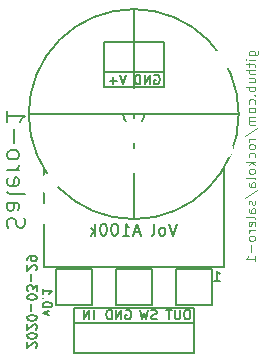
<source format=gbo>
G04 #@! TF.GenerationSoftware,KiCad,Pcbnew,(5.99.0-1165-gc29c3d9cc)*
G04 #@! TF.CreationDate,2020-03-29T18:02:48+03:00*
G04 #@! TF.ProjectId,salero-1,73616c65-726f-42d3-912e-6b696361645f,rev?*
G04 #@! TF.SameCoordinates,Original*
G04 #@! TF.FileFunction,Legend,Bot*
G04 #@! TF.FilePolarity,Positive*
%FSLAX46Y46*%
G04 Gerber Fmt 4.6, Leading zero omitted, Abs format (unit mm)*
G04 Created by KiCad (PCBNEW (5.99.0-1165-gc29c3d9cc)) date 2020-03-29 18:02:48*
%MOMM*%
%LPD*%
G01*
G04 APERTURE LIST*
%ADD10C,0.100000*%
%ADD11C,0.150000*%
%ADD12C,0.127000*%
%ADD13O,2.030400X2.030400*%
%ADD14O,1.700000X1.700000*%
%ADD15C,1.700000*%
%ADD16O,2.640000X2.640000*%
%ADD17C,1.900000*%
%ADD18O,2.300000X2.300000*%
G04 APERTURE END LIST*
D10*
X124034571Y-71857666D02*
X124682190Y-71857666D01*
X124758380Y-71819571D01*
X124796476Y-71781476D01*
X124834571Y-71705285D01*
X124834571Y-71591000D01*
X124796476Y-71514809D01*
X124529809Y-71857666D02*
X124567904Y-71781476D01*
X124567904Y-71629095D01*
X124529809Y-71552904D01*
X124491714Y-71514809D01*
X124415523Y-71476714D01*
X124186952Y-71476714D01*
X124110761Y-71514809D01*
X124072666Y-71552904D01*
X124034571Y-71629095D01*
X124034571Y-71781476D01*
X124072666Y-71857666D01*
X124567904Y-72238619D02*
X124034571Y-72238619D01*
X123767904Y-72238619D02*
X123806000Y-72200523D01*
X123844095Y-72238619D01*
X123806000Y-72276714D01*
X123767904Y-72238619D01*
X123844095Y-72238619D01*
X124034571Y-72505285D02*
X124034571Y-72810047D01*
X123767904Y-72619571D02*
X124453619Y-72619571D01*
X124529809Y-72657666D01*
X124567904Y-72733857D01*
X124567904Y-72810047D01*
X124567904Y-73076714D02*
X123767904Y-73076714D01*
X124567904Y-73419571D02*
X124148857Y-73419571D01*
X124072666Y-73381476D01*
X124034571Y-73305285D01*
X124034571Y-73191000D01*
X124072666Y-73114809D01*
X124110761Y-73076714D01*
X124034571Y-74143380D02*
X124567904Y-74143380D01*
X124034571Y-73800523D02*
X124453619Y-73800523D01*
X124529809Y-73838619D01*
X124567904Y-73914809D01*
X124567904Y-74029095D01*
X124529809Y-74105285D01*
X124491714Y-74143380D01*
X124567904Y-74524333D02*
X123767904Y-74524333D01*
X124072666Y-74524333D02*
X124034571Y-74600523D01*
X124034571Y-74752904D01*
X124072666Y-74829095D01*
X124110761Y-74867190D01*
X124186952Y-74905285D01*
X124415523Y-74905285D01*
X124491714Y-74867190D01*
X124529809Y-74829095D01*
X124567904Y-74752904D01*
X124567904Y-74600523D01*
X124529809Y-74524333D01*
X124491714Y-75248142D02*
X124529809Y-75286238D01*
X124567904Y-75248142D01*
X124529809Y-75210047D01*
X124491714Y-75248142D01*
X124567904Y-75248142D01*
X124529809Y-75971952D02*
X124567904Y-75895761D01*
X124567904Y-75743380D01*
X124529809Y-75667190D01*
X124491714Y-75629095D01*
X124415523Y-75591000D01*
X124186952Y-75591000D01*
X124110761Y-75629095D01*
X124072666Y-75667190D01*
X124034571Y-75743380D01*
X124034571Y-75895761D01*
X124072666Y-75971952D01*
X124567904Y-76429095D02*
X124529809Y-76352904D01*
X124491714Y-76314809D01*
X124415523Y-76276714D01*
X124186952Y-76276714D01*
X124110761Y-76314809D01*
X124072666Y-76352904D01*
X124034571Y-76429095D01*
X124034571Y-76543380D01*
X124072666Y-76619571D01*
X124110761Y-76657666D01*
X124186952Y-76695761D01*
X124415523Y-76695761D01*
X124491714Y-76657666D01*
X124529809Y-76619571D01*
X124567904Y-76543380D01*
X124567904Y-76429095D01*
X124567904Y-77038619D02*
X124034571Y-77038619D01*
X124110761Y-77038619D02*
X124072666Y-77076714D01*
X124034571Y-77152904D01*
X124034571Y-77267190D01*
X124072666Y-77343380D01*
X124148857Y-77381476D01*
X124567904Y-77381476D01*
X124148857Y-77381476D02*
X124072666Y-77419571D01*
X124034571Y-77495761D01*
X124034571Y-77610047D01*
X124072666Y-77686238D01*
X124148857Y-77724333D01*
X124567904Y-77724333D01*
X123729809Y-78676714D02*
X124758380Y-77991000D01*
X124567904Y-78943380D02*
X124034571Y-78943380D01*
X124186952Y-78943380D02*
X124110761Y-78981476D01*
X124072666Y-79019571D01*
X124034571Y-79095761D01*
X124034571Y-79171952D01*
X124567904Y-79552904D02*
X124529809Y-79476714D01*
X124491714Y-79438619D01*
X124415523Y-79400523D01*
X124186952Y-79400523D01*
X124110761Y-79438619D01*
X124072666Y-79476714D01*
X124034571Y-79552904D01*
X124034571Y-79667190D01*
X124072666Y-79743380D01*
X124110761Y-79781476D01*
X124186952Y-79819571D01*
X124415523Y-79819571D01*
X124491714Y-79781476D01*
X124529809Y-79743380D01*
X124567904Y-79667190D01*
X124567904Y-79552904D01*
X124529809Y-80505285D02*
X124567904Y-80429095D01*
X124567904Y-80276714D01*
X124529809Y-80200523D01*
X124491714Y-80162428D01*
X124415523Y-80124333D01*
X124186952Y-80124333D01*
X124110761Y-80162428D01*
X124072666Y-80200523D01*
X124034571Y-80276714D01*
X124034571Y-80429095D01*
X124072666Y-80505285D01*
X124567904Y-80848142D02*
X123767904Y-80848142D01*
X124263142Y-80924333D02*
X124567904Y-81152904D01*
X124034571Y-81152904D02*
X124339333Y-80848142D01*
X124567904Y-81610047D02*
X124529809Y-81533857D01*
X124491714Y-81495761D01*
X124415523Y-81457666D01*
X124186952Y-81457666D01*
X124110761Y-81495761D01*
X124072666Y-81533857D01*
X124034571Y-81610047D01*
X124034571Y-81724333D01*
X124072666Y-81800523D01*
X124110761Y-81838619D01*
X124186952Y-81876714D01*
X124415523Y-81876714D01*
X124491714Y-81838619D01*
X124529809Y-81800523D01*
X124567904Y-81724333D01*
X124567904Y-81610047D01*
X124567904Y-82333857D02*
X124529809Y-82257666D01*
X124453619Y-82219571D01*
X123767904Y-82219571D01*
X124567904Y-82981476D02*
X124148857Y-82981476D01*
X124072666Y-82943380D01*
X124034571Y-82867190D01*
X124034571Y-82714809D01*
X124072666Y-82638619D01*
X124529809Y-82981476D02*
X124567904Y-82905285D01*
X124567904Y-82714809D01*
X124529809Y-82638619D01*
X124453619Y-82600523D01*
X124377428Y-82600523D01*
X124301238Y-82638619D01*
X124263142Y-82714809D01*
X124263142Y-82905285D01*
X124225047Y-82981476D01*
X123729809Y-83933857D02*
X124758380Y-83248142D01*
X124529809Y-84162428D02*
X124567904Y-84238619D01*
X124567904Y-84391000D01*
X124529809Y-84467190D01*
X124453619Y-84505285D01*
X124415523Y-84505285D01*
X124339333Y-84467190D01*
X124301238Y-84391000D01*
X124301238Y-84276714D01*
X124263142Y-84200523D01*
X124186952Y-84162428D01*
X124148857Y-84162428D01*
X124072666Y-84200523D01*
X124034571Y-84276714D01*
X124034571Y-84391000D01*
X124072666Y-84467190D01*
X124567904Y-85191000D02*
X124148857Y-85191000D01*
X124072666Y-85152904D01*
X124034571Y-85076714D01*
X124034571Y-84924333D01*
X124072666Y-84848142D01*
X124529809Y-85191000D02*
X124567904Y-85114809D01*
X124567904Y-84924333D01*
X124529809Y-84848142D01*
X124453619Y-84810047D01*
X124377428Y-84810047D01*
X124301238Y-84848142D01*
X124263142Y-84924333D01*
X124263142Y-85114809D01*
X124225047Y-85191000D01*
X124567904Y-85686238D02*
X124529809Y-85610047D01*
X124453619Y-85571952D01*
X123767904Y-85571952D01*
X124529809Y-86295761D02*
X124567904Y-86219571D01*
X124567904Y-86067190D01*
X124529809Y-85991000D01*
X124453619Y-85952904D01*
X124148857Y-85952904D01*
X124072666Y-85991000D01*
X124034571Y-86067190D01*
X124034571Y-86219571D01*
X124072666Y-86295761D01*
X124148857Y-86333857D01*
X124225047Y-86333857D01*
X124301238Y-85952904D01*
X124567904Y-86676714D02*
X124034571Y-86676714D01*
X124186952Y-86676714D02*
X124110761Y-86714809D01*
X124072666Y-86752904D01*
X124034571Y-86829095D01*
X124034571Y-86905285D01*
X124567904Y-87286238D02*
X124529809Y-87210047D01*
X124491714Y-87171952D01*
X124415523Y-87133857D01*
X124186952Y-87133857D01*
X124110761Y-87171952D01*
X124072666Y-87210047D01*
X124034571Y-87286238D01*
X124034571Y-87400523D01*
X124072666Y-87476714D01*
X124110761Y-87514809D01*
X124186952Y-87552904D01*
X124415523Y-87552904D01*
X124491714Y-87514809D01*
X124529809Y-87476714D01*
X124567904Y-87400523D01*
X124567904Y-87286238D01*
X124263142Y-87895761D02*
X124263142Y-88505285D01*
X124567904Y-89305285D02*
X124567904Y-88848142D01*
X124567904Y-89076714D02*
X123767904Y-89076714D01*
X123882190Y-89000523D01*
X123958380Y-88924333D01*
X123996476Y-88848142D01*
D11*
X107114428Y-93852857D02*
X106581095Y-93662380D01*
X107114428Y-93471904D01*
X107381095Y-93014761D02*
X107381095Y-92938571D01*
X107343000Y-92862380D01*
X107304904Y-92824285D01*
X107228714Y-92786190D01*
X107076333Y-92748095D01*
X106885857Y-92748095D01*
X106733476Y-92786190D01*
X106657285Y-92824285D01*
X106619190Y-92862380D01*
X106581095Y-92938571D01*
X106581095Y-93014761D01*
X106619190Y-93090952D01*
X106657285Y-93129047D01*
X106733476Y-93167142D01*
X106885857Y-93205238D01*
X107076333Y-93205238D01*
X107228714Y-93167142D01*
X107304904Y-93129047D01*
X107343000Y-93090952D01*
X107381095Y-93014761D01*
X106657285Y-92405238D02*
X106619190Y-92367142D01*
X106581095Y-92405238D01*
X106619190Y-92443333D01*
X106657285Y-92405238D01*
X106581095Y-92405238D01*
X106581095Y-91605238D02*
X106581095Y-92062380D01*
X106581095Y-91833809D02*
X107381095Y-91833809D01*
X107266809Y-91910000D01*
X107190619Y-91986190D01*
X107152523Y-92062380D01*
X106016904Y-96595714D02*
X106055000Y-96557619D01*
X106093095Y-96481428D01*
X106093095Y-96290952D01*
X106055000Y-96214761D01*
X106016904Y-96176666D01*
X105940714Y-96138571D01*
X105864523Y-96138571D01*
X105750238Y-96176666D01*
X105293095Y-96633809D01*
X105293095Y-96138571D01*
X106093095Y-95643333D02*
X106093095Y-95567142D01*
X106055000Y-95490952D01*
X106016904Y-95452857D01*
X105940714Y-95414761D01*
X105788333Y-95376666D01*
X105597857Y-95376666D01*
X105445476Y-95414761D01*
X105369285Y-95452857D01*
X105331190Y-95490952D01*
X105293095Y-95567142D01*
X105293095Y-95643333D01*
X105331190Y-95719523D01*
X105369285Y-95757619D01*
X105445476Y-95795714D01*
X105597857Y-95833809D01*
X105788333Y-95833809D01*
X105940714Y-95795714D01*
X106016904Y-95757619D01*
X106055000Y-95719523D01*
X106093095Y-95643333D01*
X106016904Y-95071904D02*
X106055000Y-95033809D01*
X106093095Y-94957619D01*
X106093095Y-94767142D01*
X106055000Y-94690952D01*
X106016904Y-94652857D01*
X105940714Y-94614761D01*
X105864523Y-94614761D01*
X105750238Y-94652857D01*
X105293095Y-95110000D01*
X105293095Y-94614761D01*
X106093095Y-94119523D02*
X106093095Y-94043333D01*
X106055000Y-93967142D01*
X106016904Y-93929047D01*
X105940714Y-93890952D01*
X105788333Y-93852857D01*
X105597857Y-93852857D01*
X105445476Y-93890952D01*
X105369285Y-93929047D01*
X105331190Y-93967142D01*
X105293095Y-94043333D01*
X105293095Y-94119523D01*
X105331190Y-94195714D01*
X105369285Y-94233809D01*
X105445476Y-94271904D01*
X105597857Y-94310000D01*
X105788333Y-94310000D01*
X105940714Y-94271904D01*
X106016904Y-94233809D01*
X106055000Y-94195714D01*
X106093095Y-94119523D01*
X105597857Y-93510000D02*
X105597857Y-92900476D01*
X106093095Y-92367142D02*
X106093095Y-92290952D01*
X106055000Y-92214761D01*
X106016904Y-92176666D01*
X105940714Y-92138571D01*
X105788333Y-92100476D01*
X105597857Y-92100476D01*
X105445476Y-92138571D01*
X105369285Y-92176666D01*
X105331190Y-92214761D01*
X105293095Y-92290952D01*
X105293095Y-92367142D01*
X105331190Y-92443333D01*
X105369285Y-92481428D01*
X105445476Y-92519523D01*
X105597857Y-92557619D01*
X105788333Y-92557619D01*
X105940714Y-92519523D01*
X106016904Y-92481428D01*
X106055000Y-92443333D01*
X106093095Y-92367142D01*
X106093095Y-91833809D02*
X106093095Y-91338571D01*
X105788333Y-91605238D01*
X105788333Y-91490952D01*
X105750238Y-91414761D01*
X105712142Y-91376666D01*
X105635952Y-91338571D01*
X105445476Y-91338571D01*
X105369285Y-91376666D01*
X105331190Y-91414761D01*
X105293095Y-91490952D01*
X105293095Y-91719523D01*
X105331190Y-91795714D01*
X105369285Y-91833809D01*
X105597857Y-90995714D02*
X105597857Y-90386190D01*
X106016904Y-90043333D02*
X106055000Y-90005238D01*
X106093095Y-89929047D01*
X106093095Y-89738571D01*
X106055000Y-89662380D01*
X106016904Y-89624285D01*
X105940714Y-89586190D01*
X105864523Y-89586190D01*
X105750238Y-89624285D01*
X105293095Y-90081428D01*
X105293095Y-89586190D01*
X105293095Y-89205238D02*
X105293095Y-89052857D01*
X105331190Y-88976666D01*
X105369285Y-88938571D01*
X105483571Y-88862380D01*
X105635952Y-88824285D01*
X105940714Y-88824285D01*
X106016904Y-88862380D01*
X106055000Y-88900476D01*
X106093095Y-88976666D01*
X106093095Y-89129047D01*
X106055000Y-89205238D01*
X106016904Y-89243333D01*
X105940714Y-89281428D01*
X105750238Y-89281428D01*
X105674047Y-89243333D01*
X105635952Y-89205238D01*
X105597857Y-89129047D01*
X105597857Y-88976666D01*
X105635952Y-88900476D01*
X105674047Y-88862380D01*
X105750238Y-88824285D01*
X103659857Y-86462571D02*
X103588428Y-86248285D01*
X103588428Y-85891142D01*
X103659857Y-85748285D01*
X103731285Y-85676857D01*
X103874142Y-85605428D01*
X104017000Y-85605428D01*
X104159857Y-85676857D01*
X104231285Y-85748285D01*
X104302714Y-85891142D01*
X104374142Y-86176857D01*
X104445571Y-86319714D01*
X104517000Y-86391142D01*
X104659857Y-86462571D01*
X104802714Y-86462571D01*
X104945571Y-86391142D01*
X105017000Y-86319714D01*
X105088428Y-86176857D01*
X105088428Y-85819714D01*
X105017000Y-85605428D01*
X103588428Y-84319714D02*
X104374142Y-84319714D01*
X104517000Y-84391142D01*
X104588428Y-84534000D01*
X104588428Y-84819714D01*
X104517000Y-84962571D01*
X103659857Y-84319714D02*
X103588428Y-84462571D01*
X103588428Y-84819714D01*
X103659857Y-84962571D01*
X103802714Y-85034000D01*
X103945571Y-85034000D01*
X104088428Y-84962571D01*
X104159857Y-84819714D01*
X104159857Y-84462571D01*
X104231285Y-84319714D01*
X103588428Y-83391142D02*
X103659857Y-83534000D01*
X103802714Y-83605428D01*
X105088428Y-83605428D01*
X103659857Y-82248285D02*
X103588428Y-82391142D01*
X103588428Y-82676857D01*
X103659857Y-82819714D01*
X103802714Y-82891142D01*
X104374142Y-82891142D01*
X104517000Y-82819714D01*
X104588428Y-82676857D01*
X104588428Y-82391142D01*
X104517000Y-82248285D01*
X104374142Y-82176857D01*
X104231285Y-82176857D01*
X104088428Y-82891142D01*
X103588428Y-81534000D02*
X104588428Y-81534000D01*
X104302714Y-81534000D02*
X104445571Y-81462571D01*
X104517000Y-81391142D01*
X104588428Y-81248285D01*
X104588428Y-81105428D01*
X103588428Y-80391142D02*
X103659857Y-80534000D01*
X103731285Y-80605428D01*
X103874142Y-80676857D01*
X104302714Y-80676857D01*
X104445571Y-80605428D01*
X104517000Y-80534000D01*
X104588428Y-80391142D01*
X104588428Y-80176857D01*
X104517000Y-80034000D01*
X104445571Y-79962571D01*
X104302714Y-79891142D01*
X103874142Y-79891142D01*
X103731285Y-79962571D01*
X103659857Y-80034000D01*
X103588428Y-80176857D01*
X103588428Y-80391142D01*
X104159857Y-79248285D02*
X104159857Y-78105428D01*
X103588428Y-76605428D02*
X103588428Y-77462571D01*
X103588428Y-77034000D02*
X105088428Y-77034000D01*
X104874142Y-77176857D01*
X104731285Y-77319714D01*
X104659857Y-77462571D01*
D12*
X111760000Y-74574400D02*
X111760000Y-73304400D01*
X116840000Y-74574400D02*
X116840000Y-73304400D01*
X111760000Y-74574400D02*
X116840000Y-74574400D01*
X111760000Y-73304400D02*
X111760000Y-70764400D01*
X116840000Y-73304400D02*
X116840000Y-70764400D01*
X111760000Y-73304400D02*
X116840000Y-73304400D01*
X116840000Y-70764400D02*
X111760000Y-70764400D01*
X120904000Y-92964000D02*
X120904000Y-89916000D01*
X117856000Y-92964000D02*
X120904000Y-92964000D01*
X117856000Y-89916000D02*
X117856000Y-92964000D01*
X115824000Y-92964000D02*
X115824000Y-89916000D01*
X112776000Y-92964000D02*
X115824000Y-92964000D01*
X112776000Y-89916000D02*
X112776000Y-92964000D01*
X110744000Y-92964000D02*
X110744000Y-89916000D01*
X107696000Y-92964000D02*
X110744000Y-92964000D01*
X107696000Y-89916000D02*
X107696000Y-92964000D01*
X117856000Y-89916000D02*
X120904000Y-89916000D01*
X112776000Y-89916000D02*
X115824000Y-89916000D01*
X107696000Y-89916000D02*
X110744000Y-89916000D01*
X106680000Y-89789000D02*
X121920000Y-89789000D01*
X105410000Y-76835000D02*
X123190000Y-76835000D01*
X114300000Y-85725000D02*
X114300000Y-67945000D01*
X121920000Y-89789000D02*
X121920000Y-81280000D01*
X106680000Y-81280000D02*
X106680000Y-89789000D01*
X105410000Y-76835000D02*
G75*
G03*
X114300000Y-85725000I8890000J0D01*
G01*
X114300000Y-85725000D02*
G75*
G03*
X123190000Y-76835000I0J8890000D01*
G01*
X123190000Y-76835002D02*
G75*
G03*
X114300000Y-67945000I-8889901J101D01*
G01*
X114300002Y-67945000D02*
G75*
G03*
X105410000Y-76835000I-101J-8889901D01*
G01*
X115198000Y-76835000D02*
G75*
G03*
X115198000Y-76835000I-898000J0D01*
G01*
X119380000Y-94488000D02*
X109220000Y-94488000D01*
X109220000Y-97028000D02*
X119380000Y-97028000D01*
X119380000Y-97028000D02*
X119380000Y-94488000D01*
X109220000Y-97028000D02*
X109220000Y-94488000D01*
X109220000Y-93218000D02*
X119380000Y-93218000D01*
X119380000Y-94488000D02*
X119380000Y-93218000D01*
X109220000Y-94488000D02*
X109220000Y-93218000D01*
D11*
X116052523Y-73539400D02*
X116128714Y-73501304D01*
X116243000Y-73501304D01*
X116357285Y-73539400D01*
X116433476Y-73615590D01*
X116471571Y-73691780D01*
X116509666Y-73844161D01*
X116509666Y-73958447D01*
X116471571Y-74110828D01*
X116433476Y-74187019D01*
X116357285Y-74263209D01*
X116243000Y-74301304D01*
X116166809Y-74301304D01*
X116052523Y-74263209D01*
X116014428Y-74225114D01*
X116014428Y-73958447D01*
X116166809Y-73958447D01*
X115671571Y-74301304D02*
X115671571Y-73501304D01*
X115214428Y-74301304D01*
X115214428Y-73501304D01*
X114833476Y-74301304D02*
X114833476Y-73501304D01*
X114643000Y-73501304D01*
X114528714Y-73539400D01*
X114452523Y-73615590D01*
X114414428Y-73691780D01*
X114376333Y-73844161D01*
X114376333Y-73958447D01*
X114414428Y-74110828D01*
X114452523Y-74187019D01*
X114528714Y-74263209D01*
X114643000Y-74301304D01*
X114833476Y-74301304D01*
X113664904Y-73501304D02*
X113398238Y-74301304D01*
X113131571Y-73501304D01*
X112864904Y-73996542D02*
X112255380Y-73996542D01*
X112560142Y-74301304D02*
X112560142Y-73691780D01*
X117926976Y-86117180D02*
X117593642Y-87117180D01*
X117260309Y-86117180D01*
X116784119Y-87117180D02*
X116879357Y-87069561D01*
X116926976Y-87021942D01*
X116974595Y-86926704D01*
X116974595Y-86640990D01*
X116926976Y-86545752D01*
X116879357Y-86498133D01*
X116784119Y-86450514D01*
X116641261Y-86450514D01*
X116546023Y-86498133D01*
X116498404Y-86545752D01*
X116450785Y-86640990D01*
X116450785Y-86926704D01*
X116498404Y-87021942D01*
X116546023Y-87069561D01*
X116641261Y-87117180D01*
X116784119Y-87117180D01*
X115879357Y-87117180D02*
X115974595Y-87069561D01*
X116022214Y-86974323D01*
X116022214Y-86117180D01*
X114784119Y-86831466D02*
X114307928Y-86831466D01*
X114879357Y-87117180D02*
X114546023Y-86117180D01*
X114212690Y-87117180D01*
X113355547Y-87117180D02*
X113926976Y-87117180D01*
X113641261Y-87117180D02*
X113641261Y-86117180D01*
X113736500Y-86260038D01*
X113831738Y-86355276D01*
X113926976Y-86402895D01*
X112736500Y-86117180D02*
X112641261Y-86117180D01*
X112546023Y-86164800D01*
X112498404Y-86212419D01*
X112450785Y-86307657D01*
X112403166Y-86498133D01*
X112403166Y-86736228D01*
X112450785Y-86926704D01*
X112498404Y-87021942D01*
X112546023Y-87069561D01*
X112641261Y-87117180D01*
X112736500Y-87117180D01*
X112831738Y-87069561D01*
X112879357Y-87021942D01*
X112926976Y-86926704D01*
X112974595Y-86736228D01*
X112974595Y-86498133D01*
X112926976Y-86307657D01*
X112879357Y-86212419D01*
X112831738Y-86164800D01*
X112736500Y-86117180D01*
X111784119Y-86117180D02*
X111688880Y-86117180D01*
X111593642Y-86164800D01*
X111546023Y-86212419D01*
X111498404Y-86307657D01*
X111450785Y-86498133D01*
X111450785Y-86736228D01*
X111498404Y-86926704D01*
X111546023Y-87021942D01*
X111593642Y-87069561D01*
X111688880Y-87117180D01*
X111784119Y-87117180D01*
X111879357Y-87069561D01*
X111926976Y-87021942D01*
X111974595Y-86926704D01*
X112022214Y-86736228D01*
X112022214Y-86498133D01*
X111974595Y-86307657D01*
X111926976Y-86212419D01*
X111879357Y-86164800D01*
X111784119Y-86117180D01*
X111022214Y-87117180D02*
X111022214Y-86117180D01*
X110926976Y-86736228D02*
X110641261Y-87117180D01*
X110641261Y-86450514D02*
X111022214Y-86831466D01*
X121132628Y-90938304D02*
X121589771Y-90938304D01*
X121361200Y-90938304D02*
X121361200Y-90138304D01*
X121437390Y-90252590D01*
X121513580Y-90328780D01*
X121589771Y-90366876D01*
X110909047Y-94214904D02*
X110909047Y-93414904D01*
X110528095Y-94214904D02*
X110528095Y-93414904D01*
X110070952Y-94214904D01*
X110070952Y-93414904D01*
X113639523Y-93453000D02*
X113715714Y-93414904D01*
X113830000Y-93414904D01*
X113944285Y-93453000D01*
X114020476Y-93529190D01*
X114058571Y-93605380D01*
X114096666Y-93757761D01*
X114096666Y-93872047D01*
X114058571Y-94024428D01*
X114020476Y-94100619D01*
X113944285Y-94176809D01*
X113830000Y-94214904D01*
X113753809Y-94214904D01*
X113639523Y-94176809D01*
X113601428Y-94138714D01*
X113601428Y-93872047D01*
X113753809Y-93872047D01*
X113258571Y-94214904D02*
X113258571Y-93414904D01*
X112801428Y-94214904D01*
X112801428Y-93414904D01*
X112420476Y-94214904D02*
X112420476Y-93414904D01*
X112230000Y-93414904D01*
X112115714Y-93453000D01*
X112039523Y-93529190D01*
X112001428Y-93605380D01*
X111963333Y-93757761D01*
X111963333Y-93872047D01*
X112001428Y-94024428D01*
X112039523Y-94100619D01*
X112115714Y-94176809D01*
X112230000Y-94214904D01*
X112420476Y-94214904D01*
X116255714Y-94176809D02*
X116141428Y-94214904D01*
X115950952Y-94214904D01*
X115874761Y-94176809D01*
X115836666Y-94138714D01*
X115798571Y-94062523D01*
X115798571Y-93986333D01*
X115836666Y-93910142D01*
X115874761Y-93872047D01*
X115950952Y-93833952D01*
X116103333Y-93795857D01*
X116179523Y-93757761D01*
X116217619Y-93719666D01*
X116255714Y-93643476D01*
X116255714Y-93567285D01*
X116217619Y-93491095D01*
X116179523Y-93453000D01*
X116103333Y-93414904D01*
X115912857Y-93414904D01*
X115798571Y-93453000D01*
X115531904Y-93414904D02*
X115341428Y-94214904D01*
X115189047Y-93643476D01*
X115036666Y-94214904D01*
X114846190Y-93414904D01*
X118910000Y-93414904D02*
X118757619Y-93414904D01*
X118681428Y-93453000D01*
X118605238Y-93529190D01*
X118567142Y-93681571D01*
X118567142Y-93948238D01*
X118605238Y-94100619D01*
X118681428Y-94176809D01*
X118757619Y-94214904D01*
X118910000Y-94214904D01*
X118986190Y-94176809D01*
X119062380Y-94100619D01*
X119100476Y-93948238D01*
X119100476Y-93681571D01*
X119062380Y-93529190D01*
X118986190Y-93453000D01*
X118910000Y-93414904D01*
X118224285Y-93414904D02*
X118224285Y-94062523D01*
X118186190Y-94138714D01*
X118148095Y-94176809D01*
X118071904Y-94214904D01*
X117919523Y-94214904D01*
X117843333Y-94176809D01*
X117805238Y-94138714D01*
X117767142Y-94062523D01*
X117767142Y-93414904D01*
X117500476Y-93414904D02*
X117043333Y-93414904D01*
X117271904Y-94214904D02*
X117271904Y-93414904D01*
%LPC*%
D13*
X115570000Y-72034400D03*
G36*
G01*
X112014800Y-72999600D02*
X112014800Y-71069200D01*
G75*
G02*
X112064800Y-71019200I50000J0D01*
G01*
X113995200Y-71019200D01*
G75*
G02*
X114045200Y-71069200I0J-50000D01*
G01*
X114045200Y-72999600D01*
G75*
G02*
X113995200Y-73049600I-50000J0D01*
G01*
X112064800Y-73049600D01*
G75*
G02*
X112014800Y-72999600I0J50000D01*
G01*
G37*
D14*
X110540800Y-78714600D03*
D15*
X102920800Y-78714600D03*
D16*
X109220000Y-91440000D03*
X114300000Y-91440000D03*
G36*
G01*
X120700000Y-90170000D02*
X120700000Y-92710000D01*
G75*
G02*
X120650000Y-92760000I-50000J0D01*
G01*
X118110000Y-92760000D01*
G75*
G02*
X118060000Y-92710000I0J50000D01*
G01*
X118060000Y-90170000D01*
G75*
G02*
X118110000Y-90120000I50000J0D01*
G01*
X120650000Y-90120000D01*
G75*
G02*
X120700000Y-90170000I0J-50000D01*
G01*
G37*
D14*
X123139200Y-83007200D03*
D15*
X123139200Y-90627200D03*
D14*
X121869200Y-72136000D03*
D15*
X121869200Y-79756000D03*
D14*
X102920800Y-75539600D03*
D15*
X110540800Y-75539600D03*
D14*
X110540800Y-72364600D03*
D15*
X102920800Y-72364600D03*
D14*
X103581200Y-88493600D03*
D15*
X103581200Y-96113600D03*
D13*
X114300000Y-80772000D03*
X114300000Y-78232000D03*
G36*
G01*
X115265200Y-76707200D02*
X113334800Y-76707200D01*
G75*
G02*
X113284800Y-76657200I0J50000D01*
G01*
X113284800Y-74726800D01*
G75*
G02*
X113334800Y-74676800I50000J0D01*
G01*
X115265200Y-74676800D01*
G75*
G02*
X115315200Y-74726800I0J-50000D01*
G01*
X115315200Y-76657200D01*
G75*
G02*
X115265200Y-76707200I-50000J0D01*
G01*
G37*
X118110000Y-95758000D03*
X115570000Y-95758000D03*
X113030000Y-95758000D03*
G36*
G01*
X109474800Y-96723200D02*
X109474800Y-94792800D01*
G75*
G02*
X109524800Y-94742800I50000J0D01*
G01*
X111455200Y-94742800D01*
G75*
G02*
X111505200Y-94792800I0J-50000D01*
G01*
X111505200Y-96723200D01*
G75*
G02*
X111455200Y-96773200I-50000J0D01*
G01*
X109524800Y-96773200D01*
G75*
G02*
X109474800Y-96723200I0J50000D01*
G01*
G37*
D17*
X123571000Y-95377000D03*
G36*
G01*
X120081000Y-96277000D02*
X120081000Y-94477000D01*
G75*
G02*
X120131000Y-94427000I50000J0D01*
G01*
X121931000Y-94427000D01*
G75*
G02*
X121981000Y-94477000I0J-50000D01*
G01*
X121981000Y-96277000D01*
G75*
G02*
X121931000Y-96327000I-50000J0D01*
G01*
X120131000Y-96327000D01*
G75*
G02*
X120081000Y-96277000I0J50000D01*
G01*
G37*
D18*
X118592600Y-72390000D03*
G36*
G01*
X119692600Y-83700000D02*
X117492600Y-83700000D01*
G75*
G02*
X117442600Y-83650000I0J50000D01*
G01*
X117442600Y-81450000D01*
G75*
G02*
X117492600Y-81400000I50000J0D01*
G01*
X119692600Y-81400000D01*
G75*
G02*
X119742600Y-81450000I0J-50000D01*
G01*
X119742600Y-83650000D01*
G75*
G02*
X119692600Y-83700000I-50000J0D01*
G01*
G37*
D15*
X112344200Y-88337400D03*
X112344200Y-83337400D03*
X107035600Y-82793200D03*
G36*
G01*
X107835600Y-86143200D02*
X106235600Y-86143200D01*
G75*
G02*
X106185600Y-86093200I0J50000D01*
G01*
X106185600Y-84493200D01*
G75*
G02*
X106235600Y-84443200I50000J0D01*
G01*
X107835600Y-84443200D01*
G75*
G02*
X107885600Y-84493200I0J-50000D01*
G01*
X107885600Y-86093200D01*
G75*
G02*
X107835600Y-86143200I-50000J0D01*
G01*
G37*
X115417600Y-83341200D03*
X115417600Y-88341200D03*
M02*

</source>
